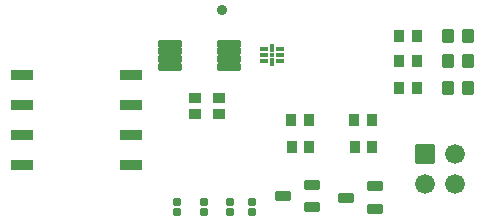
<source format=gts>
G04 Layer: TopSolderMaskLayer*
G04 EasyEDA v6.5.22, 2023-01-13 20:03:49*
G04 4af29382efde4495a0526e0f4e779ae0,8b4b4f1b4b1740689f263a8d45eed83e,10*
G04 Gerber Generator version 0.2*
G04 Scale: 100 percent, Rotated: No, Reflected: No *
G04 Dimensions in millimeters *
G04 leading zeros omitted , absolute positions ,4 integer and 5 decimal *
%FSLAX45Y45*%
%MOMM*%

%AMMACRO1*1,1,$1,$2,$3*1,1,$1,$4,$5*1,1,$1,0-$2,0-$3*1,1,$1,0-$4,0-$5*20,1,$1,$2,$3,$4,$5,0*20,1,$1,$4,$5,0-$2,0-$3,0*20,1,$1,0-$2,0-$3,0-$4,0-$5,0*20,1,$1,0-$4,0-$5,$2,$3,0*4,1,4,$2,$3,$4,$5,0-$2,0-$3,0-$4,0-$5,$2,$3,0*%
%ADD10MACRO1,0.1016X-0.4X0.45X0.4X0.45*%
%ADD11MACRO1,0.1016X-0.45X-0.4X-0.45X0.4*%
%ADD12MACRO1,0.1016X-0.875X0.4X0.875X0.4*%
%ADD13MACRO1,0.1016X0.7874X0.7874X0.7874X-0.7874*%
%ADD14C,1.6764*%
%ADD15MACRO1,0.1016X0.45X0.5X0.45X-0.5*%
%ADD16MACRO1,0.1016X0.625X0.35X0.625X-0.35*%
%ADD17MACRO1,0.1016X0.6251X0.35X0.6251X-0.35*%
%ADD18MACRO1,0.1016X-0.4032X-0.432X-0.4032X0.432*%
%ADD19MACRO1,0.1016X0.4032X-0.432X0.4032X0.432*%
%ADD20MACRO1,0.1016X0.27X-0.2828X-0.27X-0.2828*%
%ADD21MACRO1,0.1016X0.27X0.2828X-0.27X0.2828*%
%ADD22MACRO1,0.1016X-0.27X0.2828X0.27X0.2828*%
%ADD23MACRO1,0.1016X-0.27X-0.2828X0.27X-0.2828*%
%ADD24MACRO1,0.2032X-0.9015X0.2032X0.9015X0.2032*%
%ADD25MACRO1,0.2032X-0.9017X0.2032X0.9017X0.2032*%
%ADD26R,0.4016X0.4016*%
%ADD27MACRO1,0.1016X-0.15X-0.25X-0.15X0.25*%
%ADD28MACRO1,0.1016X-0.25X0.15X0.25X0.15*%
%ADD29C,0.9096*%

%LPD*%
D10*
G01*
X5632599Y9829800D03*
G01*
X5492600Y9829800D03*
D11*
G01*
X4673600Y10242699D03*
G01*
X4673600Y10102700D03*
D10*
G01*
X6165999Y9829800D03*
G01*
X6026000Y9829800D03*
D11*
G01*
X4876800Y10242699D03*
G01*
X4876800Y10102700D03*
D12*
G01*
X3210305Y10439400D03*
G01*
X3210305Y10185400D03*
G01*
X3210305Y9931400D03*
G01*
X3210305Y9677400D03*
G01*
X4130294Y9677400D03*
G01*
X4130294Y9931400D03*
G01*
X4130294Y10185400D03*
G01*
X4130294Y10439400D03*
D13*
G01*
X6616700Y9766300D03*
D14*
G01*
X6870700Y9766300D03*
G01*
X6616700Y9512300D03*
G01*
X6870700Y9512300D03*
D15*
G01*
X6981090Y10769600D03*
G01*
X6811091Y10769600D03*
G01*
X6981090Y10553700D03*
G01*
X6811091Y10553700D03*
G01*
X6981090Y10325100D03*
G01*
X6811091Y10325100D03*
D16*
G01*
X5412231Y9410700D03*
D17*
G01*
X5662168Y9505696D03*
G01*
X5662168Y9315704D03*
D16*
G01*
X5945631Y9398000D03*
D17*
G01*
X6195568Y9492996D03*
G01*
X6195568Y9303004D03*
D18*
G01*
X5637924Y10058400D03*
D19*
G01*
X5487275Y10058400D03*
D18*
G01*
X6171324Y10058400D03*
D19*
G01*
X6020675Y10058400D03*
D18*
G01*
X6552324Y10553700D03*
D19*
G01*
X6401675Y10553700D03*
D18*
G01*
X6552324Y10769600D03*
D19*
G01*
X6401675Y10769600D03*
D18*
G01*
X6552324Y10325100D03*
D19*
G01*
X6401675Y10325100D03*
D20*
G01*
X4521200Y9365082D03*
D21*
G01*
X4521200Y9278517D03*
D20*
G01*
X4749800Y9365082D03*
D21*
G01*
X4749800Y9278517D03*
D20*
G01*
X5156200Y9365082D03*
D21*
G01*
X5156200Y9278517D03*
D22*
G01*
X4965700Y9278517D03*
D23*
G01*
X4965700Y9365082D03*
D24*
G01*
X4461700Y10702290D03*
D25*
G01*
X4461700Y10636250D03*
G01*
X4461700Y10572750D03*
G01*
X4461700Y10506709D03*
G01*
X4961699Y10506709D03*
G01*
X4961699Y10572750D03*
G01*
X4961699Y10636250D03*
G01*
X4961699Y10702290D03*
D26*
G01*
X5321300Y10604500D03*
D27*
G01*
X5321303Y10664498D03*
D28*
G01*
X5386304Y10654499D03*
G01*
X5386304Y10604500D03*
G01*
X5386304Y10554500D03*
D27*
G01*
X5321303Y10544503D03*
D28*
G01*
X5256305Y10554501D03*
G01*
X5256305Y10604501D03*
G01*
X5256305Y10654499D03*
D29*
G01*
X4902200Y10985500D03*
M02*

</source>
